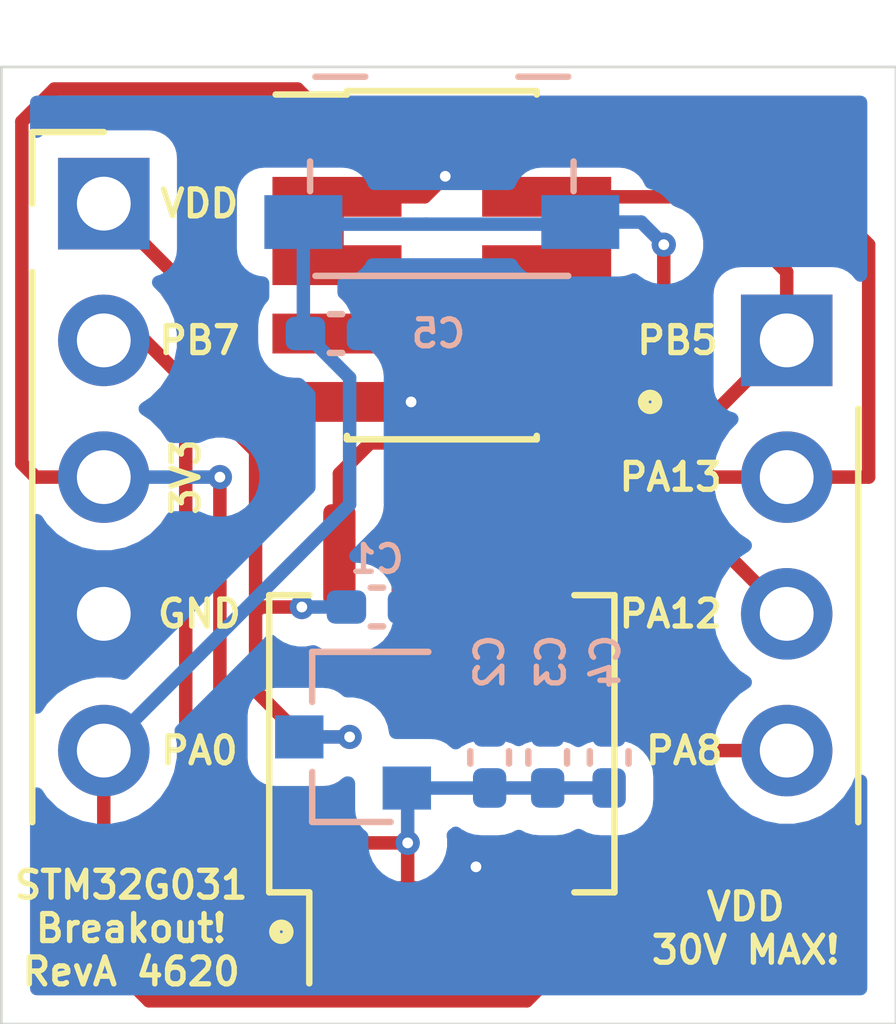
<source format=kicad_pcb>
(kicad_pcb (version 20171130) (host pcbnew "(5.1.7-0-10_14)")

  (general
    (thickness 1.6)
    (drawings 17)
    (tracks 91)
    (zones 0)
    (modules 11)
    (nets 13)
  )

  (page A4)
  (layers
    (0 F.Cu signal)
    (31 B.Cu signal)
    (32 B.Adhes user)
    (33 F.Adhes user)
    (34 B.Paste user)
    (35 F.Paste user)
    (36 B.SilkS user)
    (37 F.SilkS user)
    (38 B.Mask user)
    (39 F.Mask user)
    (40 Dwgs.User user)
    (41 Cmts.User user)
    (42 Eco1.User user)
    (43 Eco2.User user)
    (44 Edge.Cuts user)
    (45 Margin user)
    (46 B.CrtYd user)
    (47 F.CrtYd user)
    (48 B.Fab user hide)
    (49 F.Fab user hide)
  )

  (setup
    (last_trace_width 0.25)
    (user_trace_width 0.25)
    (user_trace_width 1)
    (user_trace_width 1.7)
    (trace_clearance 0.127)
    (zone_clearance 0.508)
    (zone_45_only no)
    (trace_min 0.127)
    (via_size 0.45)
    (via_drill 0.2)
    (via_min_size 0.45)
    (via_min_drill 0.2)
    (user_via 0.45 0.2)
    (uvia_size 0.3)
    (uvia_drill 0.1)
    (uvias_allowed no)
    (uvia_min_size 0.2)
    (uvia_min_drill 0.1)
    (edge_width 0.05)
    (segment_width 0.2)
    (pcb_text_width 0.3)
    (pcb_text_size 1.5 1.5)
    (mod_edge_width 0.1)
    (mod_text_size 0.5 0.5)
    (mod_text_width 0.1)
    (pad_size 1.524 1.524)
    (pad_drill 0.762)
    (pad_to_mask_clearance 0)
    (aux_axis_origin 0 0)
    (visible_elements FFFFFF7F)
    (pcbplotparams
      (layerselection 0x010fc_ffffffff)
      (usegerberextensions false)
      (usegerberattributes true)
      (usegerberadvancedattributes true)
      (creategerberjobfile true)
      (excludeedgelayer true)
      (linewidth 0.100000)
      (plotframeref false)
      (viasonmask false)
      (mode 1)
      (useauxorigin false)
      (hpglpennumber 1)
      (hpglpenspeed 20)
      (hpglpendiameter 15.000000)
      (psnegative false)
      (psa4output false)
      (plotreference true)
      (plotvalue true)
      (plotinvisibletext false)
      (padsonsilk false)
      (subtractmaskfromsilk false)
      (outputformat 1)
      (mirror false)
      (drillshape 0)
      (scaleselection 1)
      (outputdirectory "gerbers/"))
  )

  (net 0 "")
  (net 1 GNDS)
  (net 2 +3V3)
  (net 3 /NRST)
  (net 4 /PB7)
  (net 5 "Net-(J3-Pad8)")
  (net 6 "Net-(J3-Pad7)")
  (net 7 "Net-(J3-Pad6)")
  (net 8 /SWCLK)
  (net 9 /SWDIO)
  (net 10 /PA8)
  (net 11 /PA12)
  (net 12 /VIN)

  (net_class Default "This is the default net class."
    (clearance 0.127)
    (trace_width 0.127)
    (via_dia 0.45)
    (via_drill 0.2)
    (uvia_dia 0.3)
    (uvia_drill 0.1)
    (add_net +3V3)
    (add_net /NRST)
    (add_net /PA12)
    (add_net /PA8)
    (add_net /PB7)
    (add_net /SWCLK)
    (add_net /SWDIO)
    (add_net /VIN)
    (add_net GNDS)
    (add_net "Net-(J3-Pad6)")
    (add_net "Net-(J3-Pad7)")
    (add_net "Net-(J3-Pad8)")
  )

  (module Connector_PinHeader_2.54mm:PinHeader_1x04_P2.54mm_Vertical (layer F.Cu) (tedit 5FA92092) (tstamp 5FA9522C)
    (at 142.24 93.98)
    (descr "Through hole straight pin header, 1x04, 2.54mm pitch, single row")
    (tags "Through hole pin header THT 1x04 2.54mm single row")
    (path /5FAD5403)
    (fp_text reference J4 (at -1.016 -2.413) (layer F.SilkS) hide
      (effects (font (size 0.5 0.5) (thickness 0.1)))
    )
    (fp_text value Conn_01x04 (at 0 9.95) (layer F.Fab)
      (effects (font (size 1 1) (thickness 0.15)))
    )
    (fp_text user %R (at 0 3.81 90) (layer F.Fab)
      (effects (font (size 1 1) (thickness 0.15)))
    )
    (fp_line (start -0.635 -1.27) (end 1.27 -1.27) (layer F.Fab) (width 0.1))
    (fp_line (start 1.27 -1.27) (end 1.27 8.89) (layer F.Fab) (width 0.1))
    (fp_line (start 1.27 8.89) (end -1.27 8.89) (layer F.Fab) (width 0.1))
    (fp_line (start -1.27 8.89) (end -1.27 -0.635) (layer F.Fab) (width 0.1))
    (fp_line (start -1.27 -0.635) (end -0.635 -1.27) (layer F.Fab) (width 0.1))
    (fp_line (start 1.33 1.27) (end 1.33 8.95) (layer F.SilkS) (width 0.12))
    (fp_line (start -1.8 -1.8) (end -1.8 9.4) (layer F.CrtYd) (width 0.05))
    (fp_line (start -1.8 9.4) (end 1.8 9.4) (layer F.CrtYd) (width 0.05))
    (fp_line (start 1.8 9.4) (end 1.8 -1.8) (layer F.CrtYd) (width 0.05))
    (fp_line (start 1.8 -1.8) (end -1.8 -1.8) (layer F.CrtYd) (width 0.05))
    (pad 4 thru_hole oval (at 0 7.62) (size 1.7 1.7) (drill 1) (layers *.Cu *.Mask)
      (net 10 /PA8))
    (pad 3 thru_hole oval (at 0 5.08) (size 1.7 1.7) (drill 1) (layers *.Cu *.Mask)
      (net 11 /PA12))
    (pad 2 thru_hole oval (at 0 2.54) (size 1.7 1.7) (drill 1) (layers *.Cu *.Mask)
      (net 9 /SWDIO))
    (pad 1 thru_hole rect (at 0 0) (size 1.7 1.7) (drill 1) (layers *.Cu *.Mask)
      (net 8 /SWCLK))
  )

  (module Connector_PinHeader_2.54mm:PinHeader_1x05_P2.54mm_Vertical (layer F.Cu) (tedit 5FA9204E) (tstamp 5FA90041)
    (at 129.54 91.44)
    (descr "Through hole straight pin header, 1x05, 2.54mm pitch, single row")
    (tags "Through hole pin header THT 1x05 2.54mm single row")
    (path /5FB2D17B)
    (fp_text reference J1 (at 0.1016 -3.81) (layer F.SilkS) hide
      (effects (font (size 0.5 0.5) (thickness 0.1)))
    )
    (fp_text value Conn_01x05 (at 0 12.49) (layer F.Fab)
      (effects (font (size 1 1) (thickness 0.15)))
    )
    (fp_text user %R (at 0 5.08 90) (layer F.Fab)
      (effects (font (size 1 1) (thickness 0.15)))
    )
    (fp_line (start -0.635 -1.27) (end 1.27 -1.27) (layer F.Fab) (width 0.1))
    (fp_line (start 1.27 -1.27) (end 1.27 11.43) (layer F.Fab) (width 0.1))
    (fp_line (start 1.27 11.43) (end -1.27 11.43) (layer F.Fab) (width 0.1))
    (fp_line (start -1.27 11.43) (end -1.27 -0.635) (layer F.Fab) (width 0.1))
    (fp_line (start -1.27 -0.635) (end -0.635 -1.27) (layer F.Fab) (width 0.1))
    (fp_line (start -1.33 1.27) (end -1.33 11.49) (layer F.SilkS) (width 0.12))
    (fp_line (start -1.33 0) (end -1.33 -1.33) (layer F.SilkS) (width 0.12))
    (fp_line (start -1.33 -1.33) (end 0 -1.33) (layer F.SilkS) (width 0.12))
    (fp_line (start -1.8 -1.8) (end -1.8 11.95) (layer F.CrtYd) (width 0.05))
    (fp_line (start -1.8 11.95) (end 1.8 11.95) (layer F.CrtYd) (width 0.05))
    (fp_line (start 1.8 11.95) (end 1.8 -1.8) (layer F.CrtYd) (width 0.05))
    (fp_line (start 1.8 -1.8) (end -1.8 -1.8) (layer F.CrtYd) (width 0.05))
    (pad 5 thru_hole oval (at 0 10.16) (size 1.7 1.7) (drill 1) (layers *.Cu *.Mask)
      (net 3 /NRST))
    (pad 4 thru_hole oval (at 0 7.62) (size 1.7 1.7) (drill 1) (layers *.Cu *.Mask)
      (net 1 GNDS))
    (pad 3 thru_hole oval (at 0 5.08) (size 1.7 1.7) (drill 1) (layers *.Cu *.Mask)
      (net 2 +3V3))
    (pad 2 thru_hole oval (at 0 2.54) (size 1.7 1.7) (drill 1) (layers *.Cu *.Mask)
      (net 4 /PB7))
    (pad 1 thru_hole rect (at 0 0) (size 1.7 1.7) (drill 1) (layers *.Cu *.Mask)
      (net 12 /VIN))
  )

  (module Package_SO:SO-8_5.3x6.2mm_P1.27mm (layer F.Cu) (tedit 5EA5315B) (tstamp 5FA8ECCA)
    (at 135.8265 101.473 90)
    (descr "SO, 8 Pin (https://www.ti.com/lit/ml/msop001a/msop001a.pdf), generated with kicad-footprint-generator ipc_gullwing_generator.py")
    (tags "SO SO")
    (path /5FA896CA)
    (attr smd)
    (fp_text reference U2 (at 3.302 -4.064 90) (layer F.SilkS) hide
      (effects (font (size 0.5 0.5) (thickness 0.1)))
    )
    (fp_text value STM32G031JxM (at 0 4.05 90) (layer F.Fab)
      (effects (font (size 1 1) (thickness 0.15)))
    )
    (fp_text user %R (at 0 0 90) (layer F.Fab)
      (effects (font (size 1 1) (thickness 0.15)))
    )
    (fp_line (start 0 3.21) (end 2.76 3.21) (layer F.SilkS) (width 0.12))
    (fp_line (start 2.76 3.21) (end 2.76 2.465) (layer F.SilkS) (width 0.12))
    (fp_line (start 0 3.21) (end -2.76 3.21) (layer F.SilkS) (width 0.12))
    (fp_line (start -2.76 3.21) (end -2.76 2.465) (layer F.SilkS) (width 0.12))
    (fp_line (start 0 -3.21) (end 2.76 -3.21) (layer F.SilkS) (width 0.12))
    (fp_line (start 2.76 -3.21) (end 2.76 -2.465) (layer F.SilkS) (width 0.12))
    (fp_line (start 0 -3.21) (end -2.76 -3.21) (layer F.SilkS) (width 0.12))
    (fp_line (start -2.76 -3.21) (end -2.76 -2.465) (layer F.SilkS) (width 0.12))
    (fp_line (start -2.76 -2.465) (end -4.45 -2.465) (layer F.SilkS) (width 0.12))
    (fp_line (start -1.65 -3.1) (end 2.65 -3.1) (layer F.Fab) (width 0.1))
    (fp_line (start 2.65 -3.1) (end 2.65 3.1) (layer F.Fab) (width 0.1))
    (fp_line (start 2.65 3.1) (end -2.65 3.1) (layer F.Fab) (width 0.1))
    (fp_line (start -2.65 3.1) (end -2.65 -2.1) (layer F.Fab) (width 0.1))
    (fp_line (start -2.65 -2.1) (end -1.65 -3.1) (layer F.Fab) (width 0.1))
    (fp_line (start -4.7 -3.35) (end -4.7 3.35) (layer F.CrtYd) (width 0.05))
    (fp_line (start -4.7 3.35) (end 4.7 3.35) (layer F.CrtYd) (width 0.05))
    (fp_line (start 4.7 3.35) (end 4.7 -3.35) (layer F.CrtYd) (width 0.05))
    (fp_line (start 4.7 -3.35) (end -4.7 -3.35) (layer F.CrtYd) (width 0.05))
    (pad 8 smd roundrect (at 3.5 -1.905 90) (size 1.9 0.6) (layers F.Cu F.Paste F.Mask) (roundrect_rratio 0.25)
      (net 8 /SWCLK))
    (pad 7 smd roundrect (at 3.5 -0.635 90) (size 1.9 0.6) (layers F.Cu F.Paste F.Mask) (roundrect_rratio 0.25)
      (net 9 /SWDIO))
    (pad 6 smd roundrect (at 3.5 0.635 90) (size 1.9 0.6) (layers F.Cu F.Paste F.Mask) (roundrect_rratio 0.25)
      (net 11 /PA12))
    (pad 5 smd roundrect (at 3.5 1.905 90) (size 1.9 0.6) (layers F.Cu F.Paste F.Mask) (roundrect_rratio 0.25)
      (net 10 /PA8))
    (pad 4 smd roundrect (at -3.5 1.905 90) (size 1.9 0.6) (layers F.Cu F.Paste F.Mask) (roundrect_rratio 0.25)
      (net 3 /NRST))
    (pad 3 smd roundrect (at -3.5 0.635 90) (size 1.9 0.6) (layers F.Cu F.Paste F.Mask) (roundrect_rratio 0.25)
      (net 1 GNDS))
    (pad 2 smd roundrect (at -3.5 -0.635 90) (size 1.9 0.6) (layers F.Cu F.Paste F.Mask) (roundrect_rratio 0.25)
      (net 2 +3V3))
    (pad 1 smd roundrect (at -3.5 -1.905 90) (size 1.9 0.6) (layers F.Cu F.Paste F.Mask) (roundrect_rratio 0.25)
      (net 4 /PB7))
    (model ${KISYS3DMOD}/Package_SO.3dshapes/SO-8_5.3x6.2mm_P1.27mm.wrl
      (at (xyz 0 0 0))
      (scale (xyz 1 1 1))
      (rotate (xyz 0 0 0))
    )
  )

  (module Package_TO_SOT_SMD:SOT-23 (layer B.Cu) (tedit 5A02FF57) (tstamp 5FA8ECAB)
    (at 134.1755 101.346 180)
    (descr "SOT-23, Standard")
    (tags SOT-23)
    (path /5FAAC3AF)
    (attr smd)
    (fp_text reference U1 (at -0.1397 -2.4384) (layer B.SilkS) hide
      (effects (font (size 0.5 0.5) (thickness 0.1)) (justify mirror))
    )
    (fp_text value SE8233X2 (at 0 -2.5) (layer B.Fab)
      (effects (font (size 1 1) (thickness 0.15)) (justify mirror))
    )
    (fp_text user %R (at 0 0 270) (layer B.Fab)
      (effects (font (size 1 1) (thickness 0.15)) (justify mirror))
    )
    (fp_line (start -0.7 0.95) (end -0.7 -1.5) (layer B.Fab) (width 0.1))
    (fp_line (start -0.15 1.52) (end 0.7 1.52) (layer B.Fab) (width 0.1))
    (fp_line (start -0.7 0.95) (end -0.15 1.52) (layer B.Fab) (width 0.1))
    (fp_line (start 0.7 1.52) (end 0.7 -1.52) (layer B.Fab) (width 0.1))
    (fp_line (start -0.7 -1.52) (end 0.7 -1.52) (layer B.Fab) (width 0.1))
    (fp_line (start 0.76 -1.58) (end 0.76 -0.65) (layer B.SilkS) (width 0.12))
    (fp_line (start 0.76 1.58) (end 0.76 0.65) (layer B.SilkS) (width 0.12))
    (fp_line (start -1.7 1.75) (end 1.7 1.75) (layer B.CrtYd) (width 0.05))
    (fp_line (start 1.7 1.75) (end 1.7 -1.75) (layer B.CrtYd) (width 0.05))
    (fp_line (start 1.7 -1.75) (end -1.7 -1.75) (layer B.CrtYd) (width 0.05))
    (fp_line (start -1.7 -1.75) (end -1.7 1.75) (layer B.CrtYd) (width 0.05))
    (fp_line (start 0.76 1.58) (end -1.4 1.58) (layer B.SilkS) (width 0.12))
    (fp_line (start 0.76 -1.58) (end -0.7 -1.58) (layer B.SilkS) (width 0.12))
    (pad 3 smd rect (at 1 0 180) (size 0.9 0.8) (layers B.Cu B.Paste B.Mask)
      (net 12 /VIN))
    (pad 2 smd rect (at -1 -0.95 180) (size 0.9 0.8) (layers B.Cu B.Paste B.Mask)
      (net 2 +3V3))
    (pad 1 smd rect (at -1 0.95 180) (size 0.9 0.8) (layers B.Cu B.Paste B.Mask)
      (net 1 GNDS))
    (model ${KISYS3DMOD}/Package_TO_SOT_SMD.3dshapes/SOT-23.wrl
      (at (xyz 0 0 0))
      (scale (xyz 1 1 1))
      (rotate (xyz 0 0 0))
    )
  )

  (module Button_Switch_SMD:Panasonic_EVQPUK_EVQPUB (layer B.Cu) (tedit 5A02FC95) (tstamp 5FA8EC96)
    (at 135.8265 90.932 180)
    (descr http://industrial.panasonic.com/cdbs/www-data/pdf/ATV0000/ATV0000CE5.pdf)
    (tags "SMD SMT SPST EVQPUK EVQPUB")
    (path /5FAEE497)
    (attr smd)
    (fp_text reference SW1 (at -4.6355 -0.2032 90) (layer B.SilkS) hide
      (effects (font (size 0.5 0.5) (thickness 0.1)) (justify mirror))
    )
    (fp_text value SW_SPST (at 0 -3.5) (layer B.Fab)
      (effects (font (size 1 1) (thickness 0.15)) (justify mirror))
    )
    (fp_text user %R (at 0 0) (layer B.Fab)
      (effects (font (size 1 1) (thickness 0.15)) (justify mirror))
    )
    (fp_line (start 3.8 -2.25) (end 3.8 3.25) (layer B.CrtYd) (width 0.05))
    (fp_line (start 2.35 1.85) (end 1.425 1.85) (layer B.SilkS) (width 0.12))
    (fp_line (start 2.35 -1.85) (end -2.35 -1.85) (layer B.SilkS) (width 0.12))
    (fp_line (start -2.45 -0.275) (end -2.45 0.275) (layer B.SilkS) (width 0.12))
    (fp_line (start -1.3 2.75) (end -1.3 1.75) (layer B.Fab) (width 0.1))
    (fp_line (start 1.3 2.75) (end 1.3 1.75) (layer B.Fab) (width 0.1))
    (fp_line (start 1.3 2.75) (end -1.3 2.75) (layer B.Fab) (width 0.1))
    (fp_line (start 2.35 -1.75) (end 2.35 1.75) (layer B.Fab) (width 0.1))
    (fp_line (start -2.35 -1.75) (end -2.35 1.75) (layer B.Fab) (width 0.1))
    (fp_line (start 2.35 1.75) (end -2.35 1.75) (layer B.Fab) (width 0.1))
    (fp_line (start 2.35 -1.75) (end -2.35 -1.75) (layer B.Fab) (width 0.1))
    (fp_line (start 2.45 -0.275) (end 2.45 0.275) (layer B.SilkS) (width 0.12))
    (fp_line (start -1.425 1.85) (end -2.35 1.85) (layer B.SilkS) (width 0.12))
    (fp_line (start -3.8 -2.25) (end -3.8 3.25) (layer B.CrtYd) (width 0.05))
    (fp_line (start 3.8 -2.25) (end -3.8 -2.25) (layer B.CrtYd) (width 0.05))
    (fp_line (start 3.8 3.25) (end -3.8 3.25) (layer B.CrtYd) (width 0.05))
    (pad 1 smd rect (at 2.575 0.85) (size 1.45 1) (layers B.Cu B.Paste B.Mask)
      (net 1 GNDS))
    (pad 1 smd rect (at -2.575 0.85) (size 1.45 1) (layers B.Cu B.Paste B.Mask)
      (net 1 GNDS))
    (pad 2 smd rect (at -2.575 -0.85) (size 1.45 1) (layers B.Cu B.Paste B.Mask)
      (net 3 /NRST))
    (pad 2 smd rect (at 2.575 -0.85) (size 1.45 1) (layers B.Cu B.Paste B.Mask)
      (net 3 /NRST))
    (model ${KIPRJMOD}/3D/EVQ-9P7_P34-01P.STEP
      (at (xyz 0 0 0))
      (scale (xyz 1 1 1))
      (rotate (xyz -90 0 180))
    )
  )

  (module Connector_PinHeader_1.27mm:PinHeader_2x05_P1.27mm_Vertical_SMD (layer F.Cu) (tedit 59FED6E3) (tstamp 5FA8F9ED)
    (at 135.8265 92.583)
    (descr "surface-mounted straight pin header, 2x05, 1.27mm pitch, double rows")
    (tags "Surface mounted pin header SMD 2x05 1.27mm double row")
    (path /5FA8A424)
    (attr smd)
    (fp_text reference J3 (at -5.334 2.794) (layer F.SilkS) hide
      (effects (font (size 0.5 0.5) (thickness 0.1)))
    )
    (fp_text value Conn_02x05_Odd_Even (at 0 4.235) (layer F.Fab)
      (effects (font (size 1 1) (thickness 0.15)))
    )
    (fp_text user %R (at 0 2.54 90) (layer F.Fab)
      (effects (font (size 1 1) (thickness 0.15)))
    )
    (fp_line (start 1.705 3.175) (end -1.705 3.175) (layer F.Fab) (width 0.1))
    (fp_line (start -1.27 -3.175) (end 1.705 -3.175) (layer F.Fab) (width 0.1))
    (fp_line (start -1.705 3.175) (end -1.705 -2.74) (layer F.Fab) (width 0.1))
    (fp_line (start -1.705 -2.74) (end -1.27 -3.175) (layer F.Fab) (width 0.1))
    (fp_line (start 1.705 -3.175) (end 1.705 3.175) (layer F.Fab) (width 0.1))
    (fp_line (start -1.705 -2.74) (end -2.75 -2.74) (layer F.Fab) (width 0.1))
    (fp_line (start -2.75 -2.74) (end -2.75 -2.34) (layer F.Fab) (width 0.1))
    (fp_line (start -2.75 -2.34) (end -1.705 -2.34) (layer F.Fab) (width 0.1))
    (fp_line (start 1.705 -2.74) (end 2.75 -2.74) (layer F.Fab) (width 0.1))
    (fp_line (start 2.75 -2.74) (end 2.75 -2.34) (layer F.Fab) (width 0.1))
    (fp_line (start 2.75 -2.34) (end 1.705 -2.34) (layer F.Fab) (width 0.1))
    (fp_line (start -1.705 -1.47) (end -2.75 -1.47) (layer F.Fab) (width 0.1))
    (fp_line (start -2.75 -1.47) (end -2.75 -1.07) (layer F.Fab) (width 0.1))
    (fp_line (start -2.75 -1.07) (end -1.705 -1.07) (layer F.Fab) (width 0.1))
    (fp_line (start 1.705 -1.47) (end 2.75 -1.47) (layer F.Fab) (width 0.1))
    (fp_line (start 2.75 -1.47) (end 2.75 -1.07) (layer F.Fab) (width 0.1))
    (fp_line (start 2.75 -1.07) (end 1.705 -1.07) (layer F.Fab) (width 0.1))
    (fp_line (start -1.705 -0.2) (end -2.75 -0.2) (layer F.Fab) (width 0.1))
    (fp_line (start -2.75 -0.2) (end -2.75 0.2) (layer F.Fab) (width 0.1))
    (fp_line (start -2.75 0.2) (end -1.705 0.2) (layer F.Fab) (width 0.1))
    (fp_line (start 1.705 -0.2) (end 2.75 -0.2) (layer F.Fab) (width 0.1))
    (fp_line (start 2.75 -0.2) (end 2.75 0.2) (layer F.Fab) (width 0.1))
    (fp_line (start 2.75 0.2) (end 1.705 0.2) (layer F.Fab) (width 0.1))
    (fp_line (start -1.705 1.07) (end -2.75 1.07) (layer F.Fab) (width 0.1))
    (fp_line (start -2.75 1.07) (end -2.75 1.47) (layer F.Fab) (width 0.1))
    (fp_line (start -2.75 1.47) (end -1.705 1.47) (layer F.Fab) (width 0.1))
    (fp_line (start 1.705 1.07) (end 2.75 1.07) (layer F.Fab) (width 0.1))
    (fp_line (start 2.75 1.07) (end 2.75 1.47) (layer F.Fab) (width 0.1))
    (fp_line (start 2.75 1.47) (end 1.705 1.47) (layer F.Fab) (width 0.1))
    (fp_line (start -1.705 2.34) (end -2.75 2.34) (layer F.Fab) (width 0.1))
    (fp_line (start -2.75 2.34) (end -2.75 2.74) (layer F.Fab) (width 0.1))
    (fp_line (start -2.75 2.74) (end -1.705 2.74) (layer F.Fab) (width 0.1))
    (fp_line (start 1.705 2.34) (end 2.75 2.34) (layer F.Fab) (width 0.1))
    (fp_line (start 2.75 2.34) (end 2.75 2.74) (layer F.Fab) (width 0.1))
    (fp_line (start 2.75 2.74) (end 1.705 2.74) (layer F.Fab) (width 0.1))
    (fp_line (start -1.765 -3.235) (end 1.765 -3.235) (layer F.SilkS) (width 0.12))
    (fp_line (start -1.765 3.235) (end 1.765 3.235) (layer F.SilkS) (width 0.12))
    (fp_line (start -3.09 -3.17) (end -1.765 -3.17) (layer F.SilkS) (width 0.12))
    (fp_line (start -1.765 -3.235) (end -1.765 -3.17) (layer F.SilkS) (width 0.12))
    (fp_line (start 1.765 -3.235) (end 1.765 -3.17) (layer F.SilkS) (width 0.12))
    (fp_line (start -1.765 3.17) (end -1.765 3.235) (layer F.SilkS) (width 0.12))
    (fp_line (start 1.765 3.17) (end 1.765 3.235) (layer F.SilkS) (width 0.12))
    (fp_line (start -4.3 -3.7) (end -4.3 3.7) (layer F.CrtYd) (width 0.05))
    (fp_line (start -4.3 3.7) (end 4.3 3.7) (layer F.CrtYd) (width 0.05))
    (fp_line (start 4.3 3.7) (end 4.3 -3.7) (layer F.CrtYd) (width 0.05))
    (fp_line (start 4.3 -3.7) (end -4.3 -3.7) (layer F.CrtYd) (width 0.05))
    (pad 10 smd rect (at 1.95 2.54) (size 2.4 0.74) (layers F.Cu F.Paste F.Mask)
      (net 3 /NRST))
    (pad 9 smd rect (at -1.95 2.54) (size 2.4 0.74) (layers F.Cu F.Paste F.Mask)
      (net 1 GNDS))
    (pad 8 smd rect (at 1.95 1.27) (size 2.4 0.74) (layers F.Cu F.Paste F.Mask)
      (net 5 "Net-(J3-Pad8)"))
    (pad 7 smd rect (at -1.95 1.27) (size 2.4 0.74) (layers F.Cu F.Paste F.Mask)
      (net 6 "Net-(J3-Pad7)"))
    (pad 6 smd rect (at 1.95 0) (size 2.4 0.74) (layers F.Cu F.Paste F.Mask)
      (net 7 "Net-(J3-Pad6)"))
    (pad 5 smd rect (at -1.95 0) (size 2.4 0.74) (layers F.Cu F.Paste F.Mask)
      (net 1 GNDS))
    (pad 4 smd rect (at 1.95 -1.27) (size 2.4 0.74) (layers F.Cu F.Paste F.Mask)
      (net 8 /SWCLK))
    (pad 3 smd rect (at -1.95 -1.27) (size 2.4 0.74) (layers F.Cu F.Paste F.Mask)
      (net 1 GNDS))
    (pad 2 smd rect (at 1.95 -2.54) (size 2.4 0.74) (layers F.Cu F.Paste F.Mask)
      (net 9 /SWDIO))
    (pad 1 smd rect (at -1.95 -2.54) (size 2.4 0.74) (layers F.Cu F.Paste F.Mask)
      (net 2 +3V3))
    (model ${KISYS3DMOD}/Connector_PinHeader_1.27mm.3dshapes/PinHeader_2x05_P1.27mm_Vertical_SMD.wrl
      (at (xyz 0 0 0))
      (scale (xyz 1 1 1))
      (rotate (xyz 0 0 0))
    )
  )

  (module Capacitor_SMD:C_0402_1005Metric_Pad0.74x0.62mm_HandSolder (layer B.Cu) (tedit 5F6BB22C) (tstamp 5FA8EBFA)
    (at 133.858 93.853)
    (descr "Capacitor SMD 0402 (1005 Metric), square (rectangular) end terminal, IPC_7351 nominal with elongated pad for handsoldering. (Body size source: IPC-SM-782 page 76, https://www.pcb-3d.com/wordpress/wp-content/uploads/ipc-sm-782a_amendment_1_and_2.pdf), generated with kicad-footprint-generator")
    (tags "capacitor handsolder")
    (path /5FAF1DB1)
    (attr smd)
    (fp_text reference C5 (at 1.905 0 180) (layer B.SilkS)
      (effects (font (size 0.5 0.5) (thickness 0.1)) (justify mirror))
    )
    (fp_text value 100nF (at 0 -1.16 180) (layer B.Fab)
      (effects (font (size 1 1) (thickness 0.15)) (justify mirror))
    )
    (fp_text user %R (at 0 0 180) (layer B.Fab)
      (effects (font (size 1 1) (thickness 0.15)) (justify mirror))
    )
    (fp_line (start -0.5 -0.25) (end -0.5 0.25) (layer B.Fab) (width 0.1))
    (fp_line (start -0.5 0.25) (end 0.5 0.25) (layer B.Fab) (width 0.1))
    (fp_line (start 0.5 0.25) (end 0.5 -0.25) (layer B.Fab) (width 0.1))
    (fp_line (start 0.5 -0.25) (end -0.5 -0.25) (layer B.Fab) (width 0.1))
    (fp_line (start -0.115835 0.36) (end 0.115835 0.36) (layer B.SilkS) (width 0.12))
    (fp_line (start -0.115835 -0.36) (end 0.115835 -0.36) (layer B.SilkS) (width 0.12))
    (fp_line (start -1.08 -0.46) (end -1.08 0.46) (layer B.CrtYd) (width 0.05))
    (fp_line (start -1.08 0.46) (end 1.08 0.46) (layer B.CrtYd) (width 0.05))
    (fp_line (start 1.08 0.46) (end 1.08 -0.46) (layer B.CrtYd) (width 0.05))
    (fp_line (start 1.08 -0.46) (end -1.08 -0.46) (layer B.CrtYd) (width 0.05))
    (pad 2 smd roundrect (at 0.5675 0) (size 0.735 0.62) (layers B.Cu B.Paste B.Mask) (roundrect_rratio 0.25)
      (net 1 GNDS))
    (pad 1 smd roundrect (at -0.5675 0) (size 0.735 0.62) (layers B.Cu B.Paste B.Mask) (roundrect_rratio 0.25)
      (net 3 /NRST))
    (model ${KISYS3DMOD}/Capacitor_SMD.3dshapes/C_0402_1005Metric.wrl
      (at (xyz 0 0 0))
      (scale (xyz 1 1 1))
      (rotate (xyz 0 0 0))
    )
  )

  (module Capacitor_SMD:C_0402_1005Metric_Pad0.74x0.62mm_HandSolder (layer B.Cu) (tedit 5F6BB22C) (tstamp 5FA8EBE9)
    (at 138.938 101.727 90)
    (descr "Capacitor SMD 0402 (1005 Metric), square (rectangular) end terminal, IPC_7351 nominal with elongated pad for handsoldering. (Body size source: IPC-SM-782 page 76, https://www.pcb-3d.com/wordpress/wp-content/uploads/ipc-sm-782a_amendment_1_and_2.pdf), generated with kicad-footprint-generator")
    (tags "capacitor handsolder")
    (path /5FAA07E8)
    (attr smd)
    (fp_text reference C4 (at 1.778 -0.0635 270) (layer B.SilkS)
      (effects (font (size 0.5 0.5) (thickness 0.1)) (justify mirror))
    )
    (fp_text value 4.7uF (at 0 -1.16 90) (layer B.Fab)
      (effects (font (size 1 1) (thickness 0.15)) (justify mirror))
    )
    (fp_text user %R (at 0 0 90) (layer B.Fab)
      (effects (font (size 1 1) (thickness 0.15)) (justify mirror))
    )
    (fp_line (start -0.5 -0.25) (end -0.5 0.25) (layer B.Fab) (width 0.1))
    (fp_line (start -0.5 0.25) (end 0.5 0.25) (layer B.Fab) (width 0.1))
    (fp_line (start 0.5 0.25) (end 0.5 -0.25) (layer B.Fab) (width 0.1))
    (fp_line (start 0.5 -0.25) (end -0.5 -0.25) (layer B.Fab) (width 0.1))
    (fp_line (start -0.115835 0.36) (end 0.115835 0.36) (layer B.SilkS) (width 0.12))
    (fp_line (start -0.115835 -0.36) (end 0.115835 -0.36) (layer B.SilkS) (width 0.12))
    (fp_line (start -1.08 -0.46) (end -1.08 0.46) (layer B.CrtYd) (width 0.05))
    (fp_line (start -1.08 0.46) (end 1.08 0.46) (layer B.CrtYd) (width 0.05))
    (fp_line (start 1.08 0.46) (end 1.08 -0.46) (layer B.CrtYd) (width 0.05))
    (fp_line (start 1.08 -0.46) (end -1.08 -0.46) (layer B.CrtYd) (width 0.05))
    (pad 2 smd roundrect (at 0.5675 0 90) (size 0.735 0.62) (layers B.Cu B.Paste B.Mask) (roundrect_rratio 0.25)
      (net 1 GNDS))
    (pad 1 smd roundrect (at -0.5675 0 90) (size 0.735 0.62) (layers B.Cu B.Paste B.Mask) (roundrect_rratio 0.25)
      (net 2 +3V3))
    (model ${KISYS3DMOD}/Capacitor_SMD.3dshapes/C_0402_1005Metric.wrl
      (at (xyz 0 0 0))
      (scale (xyz 1 1 1))
      (rotate (xyz 0 0 0))
    )
  )

  (module Capacitor_SMD:C_0402_1005Metric_Pad0.74x0.62mm_HandSolder (layer B.Cu) (tedit 5F6BB22C) (tstamp 5FA8EBD8)
    (at 137.795 101.727 90)
    (descr "Capacitor SMD 0402 (1005 Metric), square (rectangular) end terminal, IPC_7351 nominal with elongated pad for handsoldering. (Body size source: IPC-SM-782 page 76, https://www.pcb-3d.com/wordpress/wp-content/uploads/ipc-sm-782a_amendment_1_and_2.pdf), generated with kicad-footprint-generator")
    (tags "capacitor handsolder")
    (path /5FAA1622)
    (attr smd)
    (fp_text reference C3 (at 1.778 0.0635 90) (layer B.SilkS)
      (effects (font (size 0.5 0.5) (thickness 0.1)) (justify mirror))
    )
    (fp_text value 100nF (at 0 -1.16 270) (layer B.Fab)
      (effects (font (size 1 1) (thickness 0.15)) (justify mirror))
    )
    (fp_text user %R (at 0 0 270) (layer B.Fab)
      (effects (font (size 1 1) (thickness 0.15)) (justify mirror))
    )
    (fp_line (start -0.5 -0.25) (end -0.5 0.25) (layer B.Fab) (width 0.1))
    (fp_line (start -0.5 0.25) (end 0.5 0.25) (layer B.Fab) (width 0.1))
    (fp_line (start 0.5 0.25) (end 0.5 -0.25) (layer B.Fab) (width 0.1))
    (fp_line (start 0.5 -0.25) (end -0.5 -0.25) (layer B.Fab) (width 0.1))
    (fp_line (start -0.115835 0.36) (end 0.115835 0.36) (layer B.SilkS) (width 0.12))
    (fp_line (start -0.115835 -0.36) (end 0.115835 -0.36) (layer B.SilkS) (width 0.12))
    (fp_line (start -1.08 -0.46) (end -1.08 0.46) (layer B.CrtYd) (width 0.05))
    (fp_line (start -1.08 0.46) (end 1.08 0.46) (layer B.CrtYd) (width 0.05))
    (fp_line (start 1.08 0.46) (end 1.08 -0.46) (layer B.CrtYd) (width 0.05))
    (fp_line (start 1.08 -0.46) (end -1.08 -0.46) (layer B.CrtYd) (width 0.05))
    (pad 2 smd roundrect (at 0.5675 0 90) (size 0.735 0.62) (layers B.Cu B.Paste B.Mask) (roundrect_rratio 0.25)
      (net 1 GNDS))
    (pad 1 smd roundrect (at -0.5675 0 90) (size 0.735 0.62) (layers B.Cu B.Paste B.Mask) (roundrect_rratio 0.25)
      (net 2 +3V3))
    (model ${KISYS3DMOD}/Capacitor_SMD.3dshapes/C_0402_1005Metric.wrl
      (at (xyz 0 0 0))
      (scale (xyz 1 1 1))
      (rotate (xyz 0 0 0))
    )
  )

  (module Capacitor_SMD:C_0402_1005Metric_Pad0.74x0.62mm_HandSolder (layer B.Cu) (tedit 5F6BB22C) (tstamp 5FA8EBC7)
    (at 136.7155 101.727 90)
    (descr "Capacitor SMD 0402 (1005 Metric), square (rectangular) end terminal, IPC_7351 nominal with elongated pad for handsoldering. (Body size source: IPC-SM-782 page 76, https://www.pcb-3d.com/wordpress/wp-content/uploads/ipc-sm-782a_amendment_1_and_2.pdf), generated with kicad-footprint-generator")
    (tags "capacitor handsolder")
    (path /5FAACFA0)
    (attr smd)
    (fp_text reference C2 (at 1.778 0 270) (layer B.SilkS)
      (effects (font (size 0.5 0.5) (thickness 0.1)) (justify mirror))
    )
    (fp_text value 1uF (at 0 -1.16 90) (layer B.Fab)
      (effects (font (size 1 1) (thickness 0.15)) (justify mirror))
    )
    (fp_text user %R (at 0 0 90) (layer B.Fab)
      (effects (font (size 1 1) (thickness 0.15)) (justify mirror))
    )
    (fp_line (start -0.5 -0.25) (end -0.5 0.25) (layer B.Fab) (width 0.1))
    (fp_line (start -0.5 0.25) (end 0.5 0.25) (layer B.Fab) (width 0.1))
    (fp_line (start 0.5 0.25) (end 0.5 -0.25) (layer B.Fab) (width 0.1))
    (fp_line (start 0.5 -0.25) (end -0.5 -0.25) (layer B.Fab) (width 0.1))
    (fp_line (start -0.115835 0.36) (end 0.115835 0.36) (layer B.SilkS) (width 0.12))
    (fp_line (start -0.115835 -0.36) (end 0.115835 -0.36) (layer B.SilkS) (width 0.12))
    (fp_line (start -1.08 -0.46) (end -1.08 0.46) (layer B.CrtYd) (width 0.05))
    (fp_line (start -1.08 0.46) (end 1.08 0.46) (layer B.CrtYd) (width 0.05))
    (fp_line (start 1.08 0.46) (end 1.08 -0.46) (layer B.CrtYd) (width 0.05))
    (fp_line (start 1.08 -0.46) (end -1.08 -0.46) (layer B.CrtYd) (width 0.05))
    (pad 2 smd roundrect (at 0.5675 0 90) (size 0.735 0.62) (layers B.Cu B.Paste B.Mask) (roundrect_rratio 0.25)
      (net 1 GNDS))
    (pad 1 smd roundrect (at -0.5675 0 90) (size 0.735 0.62) (layers B.Cu B.Paste B.Mask) (roundrect_rratio 0.25)
      (net 2 +3V3))
    (model ${KISYS3DMOD}/Capacitor_SMD.3dshapes/C_0402_1005Metric.wrl
      (at (xyz 0 0 0))
      (scale (xyz 1 1 1))
      (rotate (xyz 0 0 0))
    )
  )

  (module Capacitor_SMD:C_0402_1005Metric_Pad0.74x0.62mm_HandSolder (layer B.Cu) (tedit 5F6BB22C) (tstamp 5FA8EBB6)
    (at 134.62 98.933)
    (descr "Capacitor SMD 0402 (1005 Metric), square (rectangular) end terminal, IPC_7351 nominal with elongated pad for handsoldering. (Body size source: IPC-SM-782 page 76, https://www.pcb-3d.com/wordpress/wp-content/uploads/ipc-sm-782a_amendment_1_and_2.pdf), generated with kicad-footprint-generator")
    (tags "capacitor handsolder")
    (path /5FAAC8CD)
    (attr smd)
    (fp_text reference C1 (at 0 -0.889 180) (layer B.SilkS)
      (effects (font (size 0.5 0.5) (thickness 0.1)) (justify mirror))
    )
    (fp_text value 1uF (at 0 -1.16) (layer B.Fab)
      (effects (font (size 1 1) (thickness 0.15)) (justify mirror))
    )
    (fp_text user %R (at 0 0) (layer B.Fab)
      (effects (font (size 1 1) (thickness 0.15)) (justify mirror))
    )
    (fp_line (start -0.5 -0.25) (end -0.5 0.25) (layer B.Fab) (width 0.1))
    (fp_line (start -0.5 0.25) (end 0.5 0.25) (layer B.Fab) (width 0.1))
    (fp_line (start 0.5 0.25) (end 0.5 -0.25) (layer B.Fab) (width 0.1))
    (fp_line (start 0.5 -0.25) (end -0.5 -0.25) (layer B.Fab) (width 0.1))
    (fp_line (start -0.115835 0.36) (end 0.115835 0.36) (layer B.SilkS) (width 0.12))
    (fp_line (start -0.115835 -0.36) (end 0.115835 -0.36) (layer B.SilkS) (width 0.12))
    (fp_line (start -1.08 -0.46) (end -1.08 0.46) (layer B.CrtYd) (width 0.05))
    (fp_line (start -1.08 0.46) (end 1.08 0.46) (layer B.CrtYd) (width 0.05))
    (fp_line (start 1.08 0.46) (end 1.08 -0.46) (layer B.CrtYd) (width 0.05))
    (fp_line (start 1.08 -0.46) (end -1.08 -0.46) (layer B.CrtYd) (width 0.05))
    (pad 2 smd roundrect (at 0.5675 0) (size 0.735 0.62) (layers B.Cu B.Paste B.Mask) (roundrect_rratio 0.25)
      (net 1 GNDS))
    (pad 1 smd roundrect (at -0.5675 0) (size 0.735 0.62) (layers B.Cu B.Paste B.Mask) (roundrect_rratio 0.25)
      (net 12 /VIN))
    (model ${KISYS3DMOD}/Capacitor_SMD.3dshapes/C_0402_1005Metric.wrl
      (at (xyz 0 0 0))
      (scale (xyz 1 1 1))
      (rotate (xyz 0 0 0))
    )
  )

  (gr_text "VDD\n30V MAX!" (at 141.478 104.902) (layer F.SilkS)
    (effects (font (size 0.5 0.5) (thickness 0.1)))
  )
  (gr_text "STM32G031\nBreakout!\nRevA 4620" (at 130.048 104.902) (layer F.SilkS)
    (effects (font (size 0.5 0.5) (thickness 0.1)))
  )
  (gr_text PA12 (at 140.081 99.06) (layer F.SilkS) (tstamp 5FA9264C)
    (effects (font (size 0.5 0.5) (thickness 0.1)))
  )
  (gr_circle (center 132.842 104.9655) (end 132.969 104.9655) (layer F.SilkS) (width 0.2) (tstamp 5FA938D4))
  (gr_circle (center 139.7 95.123) (end 139.827 95.123) (layer F.SilkS) (width 0.2))
  (gr_text PA8 (at 140.335 101.6) (layer F.SilkS) (tstamp 5FA9264C)
    (effects (font (size 0.5 0.5) (thickness 0.1)))
  )
  (gr_text PA13 (at 140.081 96.52) (layer F.SilkS) (tstamp 5FA9264C)
    (effects (font (size 0.5 0.5) (thickness 0.1)))
  )
  (gr_text PB5 (at 140.208 93.98) (layer F.SilkS) (tstamp 5FA9264C)
    (effects (font (size 0.5 0.5) (thickness 0.1)))
  )
  (gr_text PA0 (at 131.318 101.6) (layer F.SilkS) (tstamp 5FA9264C)
    (effects (font (size 0.5 0.5) (thickness 0.1)))
  )
  (gr_text GND (at 131.318 99.06) (layer F.SilkS) (tstamp 5FA9264C)
    (effects (font (size 0.5 0.5) (thickness 0.1)))
  )
  (gr_text 3V3 (at 131.064 96.52 90) (layer F.SilkS) (tstamp 5FA9264C)
    (effects (font (size 0.5 0.5) (thickness 0.1)))
  )
  (gr_text PB7 (at 131.318 93.98) (layer F.SilkS) (tstamp 5FA9264C)
    (effects (font (size 0.5 0.5) (thickness 0.1)))
  )
  (gr_text VDD (at 131.318 91.44) (layer F.SilkS)
    (effects (font (size 0.5 0.5) (thickness 0.1)))
  )
  (gr_line (start 127.635 106.68) (end 127.635 88.9) (layer Edge.Cuts) (width 0.05) (tstamp 5FA90428))
  (gr_line (start 144.272 106.68) (end 127.635 106.68) (layer Edge.Cuts) (width 0.05))
  (gr_line (start 144.272 88.9) (end 144.272 106.68) (layer Edge.Cuts) (width 0.05))
  (gr_line (start 127.635 88.9) (end 144.272 88.9) (layer Edge.Cuts) (width 0.05))

  (segment (start 135.5344 91.821) (end 138.4015 91.821) (width 0.25) (layer B.Cu) (net 3) (status 20))
  (segment (start 133.2515 91.821) (end 135.5344 91.821) (width 0.25) (layer B.Cu) (net 3) (status 10))
  (segment (start 129.54 101.6) (end 129.54 105.41) (width 0.25) (layer F.Cu) (net 3))
  (segment (start 137.7315 105.923) (end 137.7315 104.973) (width 0.25) (layer F.Cu) (net 3))
  (segment (start 137.40649 106.24801) (end 137.7315 105.923) (width 0.25) (layer F.Cu) (net 3))
  (segment (start 130.37801 106.24801) (end 137.40649 106.24801) (width 0.25) (layer F.Cu) (net 3))
  (segment (start 129.54 105.41) (end 130.37801 106.24801) (width 0.25) (layer F.Cu) (net 3))
  (segment (start 133.2515 93.814) (end 133.2905 93.853) (width 0.25) (layer B.Cu) (net 3))
  (segment (start 133.2515 91.782) (end 133.2515 93.814) (width 0.25) (layer B.Cu) (net 3))
  (segment (start 142.113 93.853) (end 142.24 93.98) (width 0.25) (layer B.Cu) (net 8))
  (segment (start 133.900001 95.146501) (end 133.8765 95.123) (width 0.25) (layer F.Cu) (net 1) (status 30))
  (segment (start 133.8765 91.313) (end 133.8765 92.583) (width 0.25) (layer F.Cu) (net 1))
  (segment (start 133.8765 95.123) (end 135.255 95.123) (width 0.25) (layer F.Cu) (net 1))
  (via (at 135.255 95.123) (size 0.45) (drill 0.2) (layers F.Cu B.Cu) (net 1))
  (segment (start 133.8765 91.313) (end 135.509 91.313) (width 0.25) (layer F.Cu) (net 1))
  (via (at 135.89 90.932) (size 0.45) (drill 0.2) (layers F.Cu B.Cu) (net 1))
  (segment (start 135.509 91.313) (end 135.89 90.932) (width 0.25) (layer F.Cu) (net 1))
  (via (at 136.461506 103.759) (size 0.45) (drill 0.2) (layers F.Cu B.Cu) (net 1))
  (segment (start 136.4615 104.973) (end 136.4615 103.759006) (width 0.25) (layer F.Cu) (net 1))
  (segment (start 136.4615 103.759006) (end 136.461506 103.759) (width 0.25) (layer F.Cu) (net 1))
  (via (at 135.1915 103.3145) (size 0.45) (drill 0.2) (layers F.Cu B.Cu) (net 2))
  (segment (start 135.1915 104.973) (end 135.1915 103.3145) (width 0.25) (layer F.Cu) (net 2))
  (segment (start 137.603 102.296) (end 137.6045 102.2945) (width 0.25) (layer B.Cu) (net 2))
  (segment (start 135.1755 102.296) (end 136.714 102.296) (width 0.25) (layer B.Cu) (net 2))
  (segment (start 136.7155 102.2945) (end 138.938 102.2945) (width 0.25) (layer B.Cu) (net 2))
  (segment (start 135.1915 102.312) (end 135.1755 102.296) (width 0.25) (layer B.Cu) (net 2))
  (segment (start 135.1915 103.3145) (end 135.1915 102.312) (width 0.25) (layer B.Cu) (net 2))
  (segment (start 135.1095 102.362) (end 135.1755 102.296) (width 0.25) (layer B.Cu) (net 2))
  (segment (start 133.143501 89.310001) (end 133.8765 90.043) (width 0.25) (layer F.Cu) (net 2))
  (segment (start 128.016 89.916) (end 128.621999 89.310001) (width 0.25) (layer F.Cu) (net 2))
  (segment (start 128.016 96.266) (end 128.016 89.916) (width 0.25) (layer F.Cu) (net 2))
  (segment (start 129.413 96.52) (end 128.27 96.52) (width 0.25) (layer F.Cu) (net 2))
  (segment (start 128.621999 89.310001) (end 133.143501 89.310001) (width 0.25) (layer F.Cu) (net 2))
  (segment (start 128.27 96.52) (end 128.016 96.266) (width 0.25) (layer F.Cu) (net 2))
  (segment (start 131.699 101.7905) (end 131.699 96.52) (width 0.25) (layer F.Cu) (net 2))
  (segment (start 133.223 103.3145) (end 131.699 101.7905) (width 0.25) (layer F.Cu) (net 2))
  (segment (start 135.1915 103.3145) (end 133.223 103.3145) (width 0.25) (layer F.Cu) (net 2))
  (segment (start 129.54 96.52) (end 131.699 96.52) (width 0.25) (layer B.Cu) (net 2))
  (via (at 131.699 96.52) (size 0.45) (drill 0.2) (layers F.Cu B.Cu) (net 2))
  (segment (start 137.7765 95.123) (end 139.573 95.123) (width 0.25) (layer F.Cu) (net 3))
  (segment (start 139.573 95.123) (end 139.954 94.742) (width 0.25) (layer F.Cu) (net 3))
  (via (at 139.954 92.202) (size 0.45) (drill 0.2) (layers F.Cu B.Cu) (net 3))
  (segment (start 139.954 94.742) (end 139.954 92.202) (width 0.25) (layer F.Cu) (net 3))
  (segment (start 139.534 91.782) (end 138.4015 91.782) (width 0.25) (layer B.Cu) (net 3))
  (segment (start 139.954 92.202) (end 139.534 91.782) (width 0.25) (layer B.Cu) (net 3))
  (segment (start 134.112 97.028) (end 129.54 101.6) (width 0.25) (layer B.Cu) (net 3))
  (segment (start 134.112 94.6745) (end 134.112 97.028) (width 0.25) (layer B.Cu) (net 3))
  (segment (start 133.2905 93.853) (end 134.112 94.6745) (width 0.25) (layer B.Cu) (net 3))
  (segment (start 132.024 104.973) (end 133.9215 104.973) (width 0.25) (layer F.Cu) (net 4))
  (segment (start 131.064 94.742) (end 131.064 104.013) (width 0.25) (layer F.Cu) (net 4))
  (segment (start 130.302 93.98) (end 131.064 94.742) (width 0.25) (layer F.Cu) (net 4))
  (segment (start 131.064 104.013) (end 132.024 104.973) (width 0.25) (layer F.Cu) (net 4))
  (segment (start 129.54 93.98) (end 130.302 93.98) (width 0.25) (layer F.Cu) (net 4))
  (segment (start 137.7765 91.313) (end 140.843 91.313) (width 0.25) (layer F.Cu) (net 8))
  (segment (start 142.24 92.71) (end 142.24 93.98) (width 0.25) (layer F.Cu) (net 8))
  (segment (start 140.843 91.313) (end 142.24 92.71) (width 0.25) (layer F.Cu) (net 8))
  (segment (start 140.335 95.885) (end 142.24 93.98) (width 0.25) (layer F.Cu) (net 8))
  (segment (start 134.493 95.885) (end 140.335 95.885) (width 0.25) (layer F.Cu) (net 8))
  (segment (start 133.9215 96.4565) (end 134.493 95.885) (width 0.25) (layer F.Cu) (net 8))
  (segment (start 133.9215 97.973) (end 133.9215 96.4565) (width 0.25) (layer F.Cu) (net 8))
  (segment (start 140.589 96.266) (end 140.843 96.52) (width 0.25) (layer F.Cu) (net 9))
  (segment (start 135.1915 96.5835) (end 135.509 96.266) (width 0.25) (layer F.Cu) (net 9))
  (segment (start 140.843 96.52) (end 142.24 96.52) (width 0.25) (layer F.Cu) (net 9))
  (segment (start 135.509 96.266) (end 140.589 96.266) (width 0.25) (layer F.Cu) (net 9))
  (segment (start 135.1915 97.973) (end 135.1915 96.5835) (width 0.25) (layer F.Cu) (net 9))
  (segment (start 143.764 92.202) (end 143.764 96.52) (width 0.25) (layer F.Cu) (net 9))
  (segment (start 143.764 96.52) (end 142.24 96.52) (width 0.25) (layer F.Cu) (net 9))
  (segment (start 141.605 90.043) (end 143.764 92.202) (width 0.25) (layer F.Cu) (net 9))
  (segment (start 137.7765 90.043) (end 141.605 90.043) (width 0.25) (layer F.Cu) (net 9))
  (segment (start 140.081 101.6) (end 142.24 101.6) (width 0.25) (layer F.Cu) (net 10))
  (segment (start 137.7315 99.2505) (end 140.081 101.6) (width 0.25) (layer F.Cu) (net 10))
  (segment (start 137.7315 97.973) (end 137.7315 99.2505) (width 0.25) (layer F.Cu) (net 10))
  (segment (start 136.4615 97.973) (end 136.4615 97.8535) (width 0.127) (layer F.Cu) (net 11))
  (segment (start 136.652 96.647) (end 139.827 96.647) (width 0.25) (layer F.Cu) (net 11))
  (segment (start 136.4615 96.8375) (end 136.652 96.647) (width 0.25) (layer F.Cu) (net 11))
  (segment (start 139.827 96.647) (end 142.24 99.06) (width 0.25) (layer F.Cu) (net 11))
  (segment (start 136.4615 97.973) (end 136.4615 96.8375) (width 0.25) (layer F.Cu) (net 11))
  (segment (start 133.1755 101.346) (end 134.112 101.346) (width 0.25) (layer B.Cu) (net 12))
  (via (at 134.112 101.346) (size 0.45) (drill 0.2) (layers F.Cu B.Cu) (net 12))
  (segment (start 133.223 101.346) (end 134.112 101.346) (width 0.25) (layer F.Cu) (net 12))
  (segment (start 132.363001 100.486001) (end 133.223 101.346) (width 0.25) (layer F.Cu) (net 12))
  (segment (start 134.0525 98.933) (end 133.223 98.933) (width 0.25) (layer B.Cu) (net 12))
  (via (at 133.223 98.933) (size 0.45) (drill 0.2) (layers F.Cu B.Cu) (net 12))
  (segment (start 132.461 98.933) (end 132.363001 99.030999) (width 0.25) (layer F.Cu) (net 12))
  (segment (start 133.223 98.933) (end 132.461 98.933) (width 0.25) (layer F.Cu) (net 12))
  (segment (start 132.363001 99.030999) (end 132.363001 100.486001) (width 0.25) (layer F.Cu) (net 12))
  (segment (start 132.363001 96.041001) (end 132.363001 99.030999) (width 0.25) (layer F.Cu) (net 12))
  (segment (start 131.826 95.504) (end 132.363001 96.041001) (width 0.25) (layer F.Cu) (net 12))
  (segment (start 131.826 93.726) (end 131.826 95.504) (width 0.25) (layer F.Cu) (net 12))
  (segment (start 129.667 91.567) (end 131.826 93.726) (width 0.25) (layer F.Cu) (net 12))
  (segment (start 129.667 91.44) (end 129.667 91.567) (width 0.25) (layer F.Cu) (net 12))

  (zone (net 1) (net_name GNDS) (layer B.Cu) (tstamp 5FA98BC8) (hatch edge 0.508)
    (connect_pads yes (clearance 0.508))
    (min_thickness 0.254)
    (fill yes (arc_segments 32) (thermal_gap 0.508) (thermal_bridge_width 0.508))
    (polygon
      (pts
        (xy 144.272 106.68) (xy 127.635 106.68) (xy 127.635 88.9) (xy 144.272 88.9)
      )
    )
    (filled_polygon
      (pts
        (xy 143.612 92.765104) (xy 143.541185 92.678815) (xy 143.444494 92.599463) (xy 143.33418 92.540498) (xy 143.214482 92.504188)
        (xy 143.09 92.491928) (xy 141.39 92.491928) (xy 141.265518 92.504188) (xy 141.14582 92.540498) (xy 141.035506 92.599463)
        (xy 140.938815 92.678815) (xy 140.859463 92.775506) (xy 140.800498 92.88582) (xy 140.764188 93.005518) (xy 140.751928 93.13)
        (xy 140.751928 94.83) (xy 140.764188 94.954482) (xy 140.800498 95.07418) (xy 140.859463 95.184494) (xy 140.938815 95.281185)
        (xy 141.035506 95.360537) (xy 141.14582 95.419502) (xy 141.21838 95.441513) (xy 141.086525 95.573368) (xy 140.92401 95.816589)
        (xy 140.812068 96.086842) (xy 140.755 96.37374) (xy 140.755 96.66626) (xy 140.812068 96.953158) (xy 140.92401 97.223411)
        (xy 141.086525 97.466632) (xy 141.293368 97.673475) (xy 141.46776 97.79) (xy 141.293368 97.906525) (xy 141.086525 98.113368)
        (xy 140.92401 98.356589) (xy 140.812068 98.626842) (xy 140.755 98.91374) (xy 140.755 99.20626) (xy 140.812068 99.493158)
        (xy 140.92401 99.763411) (xy 141.086525 100.006632) (xy 141.293368 100.213475) (xy 141.46776 100.33) (xy 141.293368 100.446525)
        (xy 141.086525 100.653368) (xy 140.92401 100.896589) (xy 140.812068 101.166842) (xy 140.755 101.45374) (xy 140.755 101.74626)
        (xy 140.812068 102.033158) (xy 140.92401 102.303411) (xy 141.086525 102.546632) (xy 141.293368 102.753475) (xy 141.536589 102.91599)
        (xy 141.806842 103.027932) (xy 142.09374 103.085) (xy 142.38626 103.085) (xy 142.673158 103.027932) (xy 142.943411 102.91599)
        (xy 143.186632 102.753475) (xy 143.393475 102.546632) (xy 143.55599 102.303411) (xy 143.612001 102.168189) (xy 143.612001 106.02)
        (xy 128.295 106.02) (xy 128.295 102.409655) (xy 128.386525 102.546632) (xy 128.593368 102.753475) (xy 128.836589 102.91599)
        (xy 129.106842 103.027932) (xy 129.39374 103.085) (xy 129.68626 103.085) (xy 129.973158 103.027932) (xy 130.243411 102.91599)
        (xy 130.486632 102.753475) (xy 130.693475 102.546632) (xy 130.85599 102.303411) (xy 130.967932 102.033158) (xy 131.025 101.74626)
        (xy 131.025 101.45374) (xy 130.981209 101.233592) (xy 131.268801 100.946) (xy 132.087428 100.946) (xy 132.087428 101.746)
        (xy 132.099688 101.870482) (xy 132.135998 101.99018) (xy 132.194963 102.100494) (xy 132.274315 102.197185) (xy 132.371006 102.276537)
        (xy 132.48132 102.335502) (xy 132.601018 102.371812) (xy 132.7255 102.384072) (xy 133.6255 102.384072) (xy 133.749982 102.371812)
        (xy 133.86968 102.335502) (xy 133.979994 102.276537) (xy 134.065944 102.206) (xy 134.087428 102.206) (xy 134.087428 102.696)
        (xy 134.099688 102.820482) (xy 134.135998 102.94018) (xy 134.194963 103.050494) (xy 134.274315 103.147185) (xy 134.337601 103.199123)
        (xy 134.3315 103.229797) (xy 134.3315 103.399203) (xy 134.364549 103.565353) (xy 134.429378 103.721863) (xy 134.523495 103.862718)
        (xy 134.643282 103.982505) (xy 134.784137 104.076622) (xy 134.940647 104.141451) (xy 135.106797 104.1745) (xy 135.276203 104.1745)
        (xy 135.442353 104.141451) (xy 135.598863 104.076622) (xy 135.739718 103.982505) (xy 135.859505 103.862718) (xy 135.953622 103.721863)
        (xy 136.018451 103.565353) (xy 136.0515 103.399203) (xy 136.0515 103.229797) (xy 136.040908 103.176546) (xy 136.076685 103.147185)
        (xy 136.084644 103.137487) (xy 136.119893 103.166415) (xy 136.257004 103.239703) (xy 136.405779 103.284833) (xy 136.5605 103.300072)
        (xy 136.8705 103.300072) (xy 137.025221 103.284833) (xy 137.173996 103.239703) (xy 137.25525 103.196271) (xy 137.336504 103.239703)
        (xy 137.485279 103.284833) (xy 137.64 103.300072) (xy 137.95 103.300072) (xy 138.104721 103.284833) (xy 138.253496 103.239703)
        (xy 138.3665 103.179301) (xy 138.479504 103.239703) (xy 138.628279 103.284833) (xy 138.783 103.300072) (xy 139.093 103.300072)
        (xy 139.247721 103.284833) (xy 139.396496 103.239703) (xy 139.533607 103.166415) (xy 139.653787 103.067787) (xy 139.752415 102.947607)
        (xy 139.825703 102.810496) (xy 139.870833 102.661721) (xy 139.886072 102.507) (xy 139.886072 102.082) (xy 139.870833 101.927279)
        (xy 139.825703 101.778504) (xy 139.752415 101.641393) (xy 139.653787 101.521213) (xy 139.533607 101.422585) (xy 139.396496 101.349297)
        (xy 139.247721 101.304167) (xy 139.093 101.288928) (xy 138.783 101.288928) (xy 138.628279 101.304167) (xy 138.479504 101.349297)
        (xy 138.3665 101.409699) (xy 138.253496 101.349297) (xy 138.104721 101.304167) (xy 137.95 101.288928) (xy 137.64 101.288928)
        (xy 137.485279 101.304167) (xy 137.336504 101.349297) (xy 137.25525 101.392729) (xy 137.173996 101.349297) (xy 137.025221 101.304167)
        (xy 136.8705 101.288928) (xy 136.5605 101.288928) (xy 136.405779 101.304167) (xy 136.257004 101.349297) (xy 136.119893 101.422585)
        (xy 136.083173 101.45272) (xy 136.076685 101.444815) (xy 135.979994 101.365463) (xy 135.86968 101.306498) (xy 135.749982 101.270188)
        (xy 135.6255 101.257928) (xy 134.97133 101.257928) (xy 134.938951 101.095147) (xy 134.874122 100.938637) (xy 134.780005 100.797782)
        (xy 134.660218 100.677995) (xy 134.519363 100.583878) (xy 134.362853 100.519049) (xy 134.196703 100.486) (xy 134.065944 100.486)
        (xy 133.979994 100.415463) (xy 133.86968 100.356498) (xy 133.749982 100.320188) (xy 133.6255 100.307928) (xy 132.7255 100.307928)
        (xy 132.601018 100.320188) (xy 132.48132 100.356498) (xy 132.371006 100.415463) (xy 132.274315 100.494815) (xy 132.194963 100.591506)
        (xy 132.135998 100.70182) (xy 132.099688 100.821518) (xy 132.087428 100.946) (xy 131.268801 100.946) (xy 132.64429 99.570513)
        (xy 132.674782 99.601005) (xy 132.815637 99.695122) (xy 132.972147 99.759951) (xy 133.138297 99.793) (xy 133.307703 99.793)
        (xy 133.436679 99.767345) (xy 133.536504 99.820703) (xy 133.685279 99.865833) (xy 133.84 99.881072) (xy 134.265 99.881072)
        (xy 134.419721 99.865833) (xy 134.568496 99.820703) (xy 134.705607 99.747415) (xy 134.825787 99.648787) (xy 134.924415 99.528607)
        (xy 134.997703 99.391496) (xy 135.042833 99.242721) (xy 135.058072 99.088) (xy 135.058072 98.778) (xy 135.042833 98.623279)
        (xy 134.997703 98.474504) (xy 134.924415 98.337393) (xy 134.825787 98.217213) (xy 134.705607 98.118585) (xy 134.568496 98.045297)
        (xy 134.419721 98.000167) (xy 134.265 97.984928) (xy 134.229875 97.984928) (xy 134.623008 97.591795) (xy 134.652001 97.568001)
        (xy 134.675795 97.539008) (xy 134.675799 97.539004) (xy 134.746973 97.452277) (xy 134.746974 97.452276) (xy 134.817546 97.320247)
        (xy 134.861003 97.176986) (xy 134.872 97.065333) (xy 134.872 97.065324) (xy 134.875676 97.028001) (xy 134.872 96.990678)
        (xy 134.872 94.711822) (xy 134.875676 94.674499) (xy 134.872 94.637176) (xy 134.872 94.637167) (xy 134.861003 94.525514)
        (xy 134.817546 94.382253) (xy 134.746974 94.250224) (xy 134.733811 94.234185) (xy 134.675799 94.163496) (xy 134.675795 94.163492)
        (xy 134.652001 94.134499) (xy 134.623009 94.110706) (xy 134.296072 93.78377) (xy 134.296072 93.698) (xy 134.280833 93.543279)
        (xy 134.235703 93.394504) (xy 134.162415 93.257393) (xy 134.063787 93.137213) (xy 134.0115 93.094303) (xy 134.0115 92.916625)
        (xy 134.100982 92.907812) (xy 134.22068 92.871502) (xy 134.330994 92.812537) (xy 134.427685 92.733185) (xy 134.507037 92.636494)
        (xy 134.5367 92.581) (xy 137.1163 92.581) (xy 137.145963 92.636494) (xy 137.225315 92.733185) (xy 137.322006 92.812537)
        (xy 137.43232 92.871502) (xy 137.552018 92.907812) (xy 137.6765 92.920072) (xy 139.1265 92.920072) (xy 139.250982 92.907812)
        (xy 139.37068 92.871502) (xy 139.39453 92.858753) (xy 139.405782 92.870005) (xy 139.546637 92.964122) (xy 139.703147 93.028951)
        (xy 139.869297 93.062) (xy 140.038703 93.062) (xy 140.204853 93.028951) (xy 140.361363 92.964122) (xy 140.502218 92.870005)
        (xy 140.622005 92.750218) (xy 140.716122 92.609363) (xy 140.780951 92.452853) (xy 140.814 92.286703) (xy 140.814 92.117297)
        (xy 140.780951 91.951147) (xy 140.716122 91.794637) (xy 140.622005 91.653782) (xy 140.502218 91.533995) (xy 140.361363 91.439878)
        (xy 140.204853 91.375049) (xy 140.201104 91.374303) (xy 140.097804 91.271003) (xy 140.074001 91.241999) (xy 139.958276 91.147026)
        (xy 139.826247 91.076454) (xy 139.717737 91.043538) (xy 139.716002 91.03782) (xy 139.657037 90.927506) (xy 139.577685 90.830815)
        (xy 139.480994 90.751463) (xy 139.37068 90.692498) (xy 139.250982 90.656188) (xy 139.1265 90.643928) (xy 137.6765 90.643928)
        (xy 137.552018 90.656188) (xy 137.43232 90.692498) (xy 137.322006 90.751463) (xy 137.225315 90.830815) (xy 137.145963 90.927506)
        (xy 137.086998 91.03782) (xy 137.079966 91.061) (xy 134.573034 91.061) (xy 134.566002 91.03782) (xy 134.507037 90.927506)
        (xy 134.427685 90.830815) (xy 134.330994 90.751463) (xy 134.22068 90.692498) (xy 134.100982 90.656188) (xy 133.9765 90.643928)
        (xy 132.5265 90.643928) (xy 132.402018 90.656188) (xy 132.28232 90.692498) (xy 132.172006 90.751463) (xy 132.075315 90.830815)
        (xy 131.995963 90.927506) (xy 131.936998 91.03782) (xy 131.900688 91.157518) (xy 131.888428 91.282) (xy 131.888428 92.282)
        (xy 131.900688 92.406482) (xy 131.936998 92.52618) (xy 131.995963 92.636494) (xy 132.075315 92.733185) (xy 132.172006 92.812537)
        (xy 132.28232 92.871502) (xy 132.402018 92.907812) (xy 132.491501 92.916625) (xy 132.491501 93.168544) (xy 132.418585 93.257393)
        (xy 132.345297 93.394504) (xy 132.300167 93.543279) (xy 132.284928 93.698) (xy 132.284928 94.008) (xy 132.300167 94.162721)
        (xy 132.345297 94.311496) (xy 132.418585 94.448607) (xy 132.517213 94.568787) (xy 132.637393 94.667415) (xy 132.774504 94.740703)
        (xy 132.923279 94.785833) (xy 133.078 94.801072) (xy 133.16377 94.801072) (xy 133.352 94.989303) (xy 133.352001 96.713196)
        (xy 129.906408 100.158791) (xy 129.68626 100.115) (xy 129.39374 100.115) (xy 129.106842 100.172068) (xy 128.836589 100.28401)
        (xy 128.593368 100.446525) (xy 128.386525 100.653368) (xy 128.295 100.790345) (xy 128.295 97.329655) (xy 128.386525 97.466632)
        (xy 128.593368 97.673475) (xy 128.836589 97.83599) (xy 129.106842 97.947932) (xy 129.39374 98.005) (xy 129.68626 98.005)
        (xy 129.973158 97.947932) (xy 130.243411 97.83599) (xy 130.486632 97.673475) (xy 130.693475 97.466632) (xy 130.818178 97.28)
        (xy 131.288461 97.28) (xy 131.291637 97.282122) (xy 131.448147 97.346951) (xy 131.614297 97.38) (xy 131.783703 97.38)
        (xy 131.949853 97.346951) (xy 132.106363 97.282122) (xy 132.247218 97.188005) (xy 132.367005 97.068218) (xy 132.461122 96.927363)
        (xy 132.525951 96.770853) (xy 132.559 96.604703) (xy 132.559 96.435297) (xy 132.525951 96.269147) (xy 132.461122 96.112637)
        (xy 132.367005 95.971782) (xy 132.247218 95.851995) (xy 132.106363 95.757878) (xy 131.949853 95.693049) (xy 131.783703 95.66)
        (xy 131.614297 95.66) (xy 131.448147 95.693049) (xy 131.291637 95.757878) (xy 131.288461 95.76) (xy 130.818178 95.76)
        (xy 130.693475 95.573368) (xy 130.486632 95.366525) (xy 130.31224 95.25) (xy 130.486632 95.133475) (xy 130.693475 94.926632)
        (xy 130.85599 94.683411) (xy 130.967932 94.413158) (xy 131.025 94.12626) (xy 131.025 93.83374) (xy 130.967932 93.546842)
        (xy 130.85599 93.276589) (xy 130.693475 93.033368) (xy 130.56162 92.901513) (xy 130.63418 92.879502) (xy 130.744494 92.820537)
        (xy 130.841185 92.741185) (xy 130.920537 92.644494) (xy 130.979502 92.53418) (xy 131.015812 92.414482) (xy 131.028072 92.29)
        (xy 131.028072 90.59) (xy 131.015812 90.465518) (xy 130.979502 90.34582) (xy 130.920537 90.235506) (xy 130.841185 90.138815)
        (xy 130.744494 90.059463) (xy 130.63418 90.000498) (xy 130.514482 89.964188) (xy 130.39 89.951928) (xy 128.69 89.951928)
        (xy 128.565518 89.964188) (xy 128.44582 90.000498) (xy 128.335506 90.059463) (xy 128.295 90.092705) (xy 128.295 89.56)
        (xy 143.612 89.56)
      )
    )
  )
)

</source>
